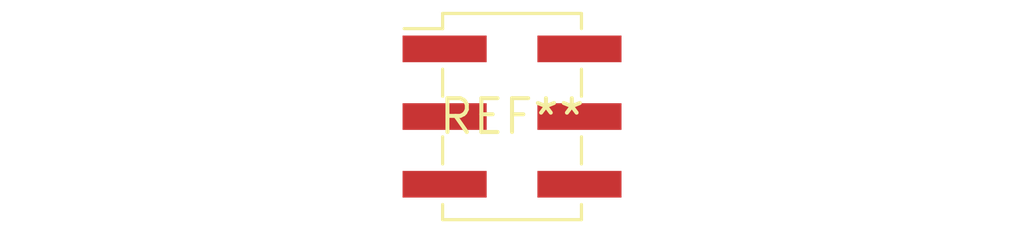
<source format=kicad_pcb>
(kicad_pcb (version 20240108) (generator pcbnew)
  (layers (0 "F.Cu" signal) (31 "B.Cu" signal) (34 "B.Paste" user) (35 "F.Paste" user) (36 "B.SilkS" user "B.Silkscreen") (37 "F.SilkS" user "F.Silkscreen") (38 "B.Mask" user) (39 "F.Mask" user) (44 "Edge.Cuts" user))
  (net 0 "")
  (footprint "PinHeader_2x03_P2.54mm_Vertical_SMD" (layer "F.Cu") (at 0 0)
    (property "Reference" "REF**")
    (property "Value" "PinHeader_2x03_P2.54mm_Vertical_SMD")
    (fp_line (start -4.04 -3.3) (end -2.6 -3.3) (layer "F.SilkS") (stroke (width 0.12)))
    (fp_line (start -2.6 -3.87) (end -2.6 -3.3) (layer "F.SilkS") (stroke (width 0.12)))
    (fp_line (start -2.6 -3.87) (end 2.6 -3.87) (layer "F.SilkS") (stroke (width 0.12)))
    (fp_line (start -2.6 -1.78) (end -2.6 -0.76) (layer "F.SilkS") (stroke (width 0.12)))
    (fp_line (start -2.6 0.76) (end -2.6 1.78) (layer "F.SilkS") (stroke (width 0.12)))
    (fp_line (start -2.6 3.3) (end -2.6 3.87) (layer "F.SilkS") (stroke (width 0.12)))
    (fp_line (start -2.6 3.87) (end 2.6 3.87) (layer "F.SilkS") (stroke (width 0.12)))
    (fp_line (start 2.6 -3.87) (end 2.6 -3.3) (layer "F.SilkS") (stroke (width 0.12)))
    (fp_line (start 2.6 -1.78) (end 2.6 -0.76) (layer "F.SilkS") (stroke (width 0.12)))
    (fp_line (start 2.6 0.76) (end 2.6 1.78) (layer "F.SilkS") (stroke (width 0.12)))
    (fp_line (start 2.6 3.3) (end 2.6 3.87) (layer "F.SilkS") (stroke (width 0.12)))
    (pad "1" smd rect (at -2.525 -2.54) (size 3.15 1) (layers "F.Cu" "F.Paste" "F.Mask"))
    (pad "2" smd rect (at 2.525 -2.54) (size 3.15 1) (layers "F.Cu" "F.Paste" "F.Mask"))
    (pad "3" smd rect (at -2.525 0) (size 3.15 1) (layers "F.Cu" "F.Paste" "F.Mask"))
    (pad "4" smd rect (at 2.525 0) (size 3.15 1) (layers "F.Cu" "F.Paste" "F.Mask"))
    (pad "5" smd rect (at -2.525 2.54) (size 3.15 1) (layers "F.Cu" "F.Paste" "F.Mask"))
    (pad "6" smd rect (at 2.525 2.54) (size 3.15 1) (layers "F.Cu" "F.Paste" "F.Mask"))
  )
)
</source>
